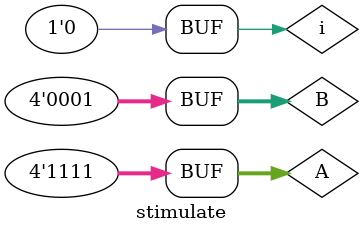
<source format=v>
module stimulate;
  
  reg [3:0] A, B;
  wire A_gt_B, A_eq_B, A_lt_B;
  
  reg i; // doing the loop for 2 times
  
  comparator cp( A, B, A_gt_B, A_eq_B, A_lt_B );

  initial
   begin
    for ( i=0; i<2; i=i+1 ) // to meet the example
    begin
    A = 0;
    B = 0;
    
    #3
    A = 1;
    B = 15;
    
    #3
    A = 2;
    B = 14;
  
    #3
    A = 3;
    B = 13;
    
    #3
    A = 4;
    B = 12;
    
    #3
    A = 5;
    B = 11;
    
    #3
    A = 6;
    B = 10;

    #3
    A = 7;
    B = 9;

    #3
    A = 8;
    B = 8;

    #3
    A = 9;
    B = 7;
    
    #3
    A = 10;
    B = 6;
    
    #3
    A = 11;
    B = 5;

    #3
    A = 12;
    B = 4;
    
    #3
    A = 13;
    B = 3;
    
    #3
    A = 14;
    B = 2;

    #3
    A = 15;
    B = 1;
    end
  end
  
endmodule
</source>
